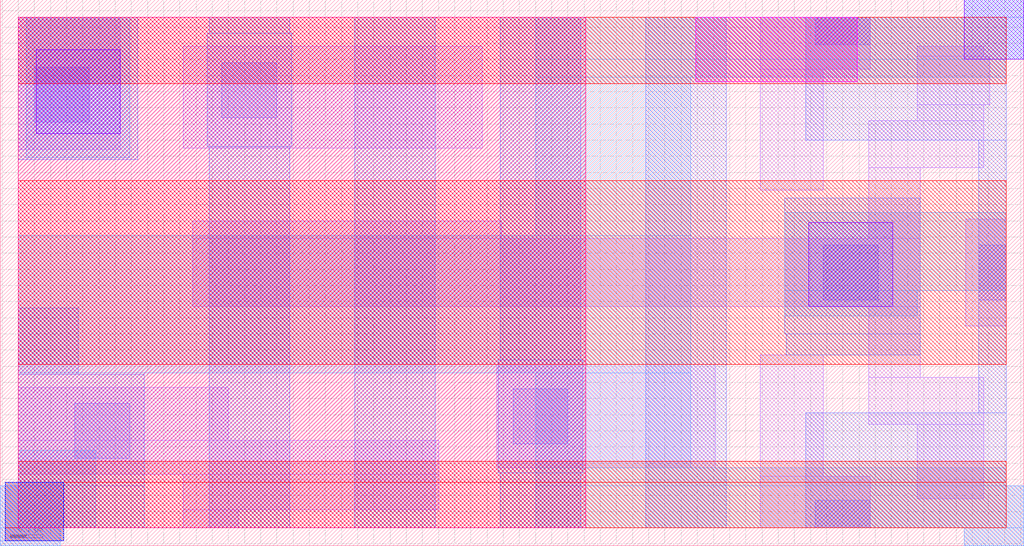
<source format=lef>
# Copyright 2020 The SkyWater PDK Authors
#
# Licensed under the Apache License, Version 2.0 (the "License");
# you may not use this file except in compliance with the License.
# You may obtain a copy of the License at
#
#     https://www.apache.org/licenses/LICENSE-2.0
#
# Unless required by applicable law or agreed to in writing, software
# distributed under the License is distributed on an "AS IS" BASIS,
# WITHOUT WARRANTIES OR CONDITIONS OF ANY KIND, either express or implied.
# See the License for the specific language governing permissions and
# limitations under the License.
#
# SPDX-License-Identifier: Apache-2.0

VERSION 5.7 ;
  NOWIREEXTENSIONATPIN ON ;
  DIVIDERCHAR "/" ;
  BUSBITCHARS "[]" ;
MACRO sky130_fd_bd_sram__sram_dp_swldrv_opt4di
  CLASS BLOCK ;
  FOREIGN sky130_fd_bd_sram__sram_dp_swldrv_opt4di ;
  ORIGIN  0.055000  0.055000 ;
  SIZE  3.165000 BY  1.690000 ;
  OBS
    LAYER li1 ;
      RECT 0.000000 0.165000 1.300000 0.270000 ;
      RECT 0.000000 0.270000 0.650000 0.435000 ;
      RECT 0.000000 1.170000 0.315000 1.580000 ;
      RECT 0.510000 0.000000 0.680000 0.055000 ;
      RECT 0.510000 0.055000 1.300000 0.165000 ;
      RECT 0.510000 1.175000 1.435000 1.490000 ;
      RECT 0.540000 0.685000 2.790000 0.895000 ;
      RECT 0.540000 0.895000 1.495000 0.950000 ;
      RECT 1.480000 0.185000 2.155000 0.505000 ;
      RECT 2.295000 0.000000 2.635000 0.160000 ;
      RECT 2.295000 0.160000 2.490000 0.535000 ;
      RECT 2.295000 1.045000 2.490000 1.420000 ;
      RECT 2.295000 1.420000 2.635000 1.580000 ;
      RECT 2.630000 0.320000 2.985000 0.465000 ;
      RECT 2.630000 0.465000 2.790000 0.685000 ;
      RECT 2.630000 0.895000 2.790000 1.115000 ;
      RECT 2.630000 1.115000 2.985000 1.260000 ;
      RECT 2.780000 0.090000 2.985000 0.320000 ;
      RECT 2.780000 1.260000 2.985000 1.310000 ;
      RECT 2.780000 1.310000 3.005000 1.460000 ;
      RECT 2.780000 1.460000 2.985000 1.490000 ;
      RECT 2.930000 0.625000 3.055000 0.955000 ;
    LAYER mcon ;
      RECT 0.050000 1.255000 0.220000 1.425000 ;
      RECT 0.175000 0.215000 0.345000 0.385000 ;
      RECT 0.630000 1.270000 0.800000 1.440000 ;
      RECT 1.530000 0.260000 1.700000 0.430000 ;
      RECT 2.465000 0.000000 2.635000 0.085000 ;
      RECT 2.465000 1.495000 2.635000 1.580000 ;
      RECT 2.490000 0.705000 2.660000 0.875000 ;
      RECT 2.970000 0.705000 3.055000 0.875000 ;
    LAYER met1 ;
      RECT -0.055000 -0.055000 0.130000 0.000000 ;
      RECT -0.055000  0.000000 0.390000 0.130000 ;
      RECT  0.000000  0.130000 0.390000 0.475000 ;
      RECT  0.000000  0.475000 0.185000 0.680000 ;
      RECT  0.000000  1.140000 0.370000 1.580000 ;
      RECT  0.585000  1.180000 0.845000 1.530000 ;
      RECT  0.590000  0.000000 0.840000 1.180000 ;
      RECT  0.590000  1.530000 0.840000 1.580000 ;
      RECT  1.040000  0.000000 1.290000 1.580000 ;
      RECT  1.485000  0.170000 1.745000 0.520000 ;
      RECT  1.490000  0.000000 1.740000 0.170000 ;
      RECT  1.490000  0.520000 1.740000 1.580000 ;
      RECT  1.940000  0.000000 2.190000 1.580000 ;
      RECT  2.370000  0.600000 2.790000 1.020000 ;
      RECT  2.375000  0.535000 2.790000 0.600000 ;
      RECT  2.435000  0.000000 3.110000 0.130000 ;
      RECT  2.435000  0.130000 3.055000 0.355000 ;
      RECT  2.435000  1.200000 3.055000 1.450000 ;
      RECT  2.435000  1.450000 3.110000 1.580000 ;
      RECT  2.925000 -0.055000 3.110000 0.000000 ;
      RECT  2.925000  1.580000 3.110000 1.635000 ;
      RECT  2.970000  0.355000 3.055000 1.200000 ;
    LAYER met2 ;
      RECT -0.055000 -0.055000 0.130000 -0.040000 ;
      RECT -0.055000 -0.040000 0.140000  0.000000 ;
      RECT -0.055000  0.000000 0.240000  0.130000 ;
      RECT -0.040000  0.130000 0.240000  0.140000 ;
      RECT  0.000000  0.140000 0.240000  0.240000 ;
      RECT  0.000000  0.480000 2.080000  0.905000 ;
      RECT  0.025000  1.145000 0.345000  1.580000 ;
      RECT  1.600000  0.000000 3.110000  0.130000 ;
      RECT  1.600000  0.130000 3.055000  0.185000 ;
      RECT  1.600000  0.185000 2.080000  0.480000 ;
      RECT  1.600000  0.905000 2.080000  1.395000 ;
      RECT  1.600000  1.395000 3.055000  1.450000 ;
      RECT  1.600000  1.450000 3.110000  1.580000 ;
      RECT  2.370000  0.655000 2.780000  0.735000 ;
      RECT  2.370000  0.735000 3.055000  0.975000 ;
      RECT  2.925000 -0.055000 3.110000  0.000000 ;
      RECT  2.925000  1.580000 3.110000  1.635000 ;
    LAYER met3 ;
      RECT -0.040000 -0.040000 0.140000 0.000000 ;
      RECT -0.040000  0.000000 3.055000 0.140000 ;
      RECT  0.000000  0.140000 3.055000 0.205000 ;
      RECT  0.000000  0.505000 3.055000 1.075000 ;
      RECT  0.000000  1.375000 3.055000 1.580000 ;
    LAYER nwell ;
      RECT 0.000000 0.000000 1.755000 1.580000 ;
    LAYER pwell ;
      RECT 2.095000 1.380000 2.595000 1.580000 ;
    LAYER via ;
      RECT 0.055000 1.220000 0.315000 1.480000 ;
      RECT 2.445000 0.685000 2.705000 0.945000 ;
      RECT 2.925000 1.450000 3.110000 1.635000 ;
    LAYER via2 ;
      RECT -0.040000 -0.040000 0.140000 0.140000 ;
  END
END sky130_fd_bd_sram__sram_dp_swldrv_opt4di
END LIBRARY

</source>
